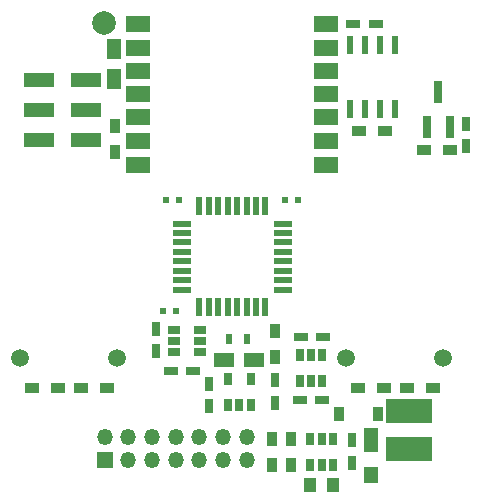
<source format=gts>
G04 #@! TF.GenerationSoftware,KiCad,Pcbnew,no-vcs-found-6cefb68~58~ubuntu16.04.1*
G04 #@! TF.CreationDate,2017-05-09T13:19:31+03:00*
G04 #@! TF.ProjectId,livolo_2_channels_1way_eu_switch,6C69766F6C6F5F325F6368616E6E656C,rev?*
G04 #@! TF.FileFunction,Soldermask,Top*
G04 #@! TF.FilePolarity,Negative*
%FSLAX46Y46*%
G04 Gerber Fmt 4.6, Leading zero omitted, Abs format (unit mm)*
G04 Created by KiCad (PCBNEW no-vcs-found-6cefb68~58~ubuntu16.04.1) date Tue May  9 13:19:31 2017*
%MOMM*%
%LPD*%
G01*
G04 APERTURE LIST*
%ADD10C,0.100000*%
%ADD11R,1.000000X1.250000*%
%ADD12R,4.000000X2.000000*%
%ADD13R,1.200000X2.000000*%
%ADD14R,1.200000X1.400000*%
%ADD15R,0.900000X1.200000*%
%ADD16R,0.650000X1.060000*%
%ADD17R,2.500000X1.270000*%
%ADD18R,1.750000X1.260000*%
%ADD19R,1.200000X0.900000*%
%ADD20R,1.200000X0.750000*%
%ADD21C,1.500000*%
%ADD22R,0.600000X0.500000*%
%ADD23R,0.750000X1.200000*%
%ADD24R,0.550000X1.600000*%
%ADD25R,1.600000X0.550000*%
%ADD26C,1.998980*%
%ADD27R,1.060000X0.650000*%
%ADD28R,1.998980X1.399540*%
%ADD29R,0.600000X1.550000*%
%ADD30R,0.800000X1.900000*%
%ADD31R,0.500000X0.900000*%
%ADD32R,1.260000X1.750000*%
%ADD33O,1.350000X1.350000*%
%ADD34R,1.350000X1.350000*%
G04 APERTURE END LIST*
D10*
D11*
X149000000Y-111600000D03*
X151000000Y-111600000D03*
D12*
X157400000Y-105350000D03*
X157400000Y-108600000D03*
D13*
X154200000Y-107800000D03*
D14*
X154200000Y-110800000D03*
D15*
X145800000Y-107700000D03*
X145800000Y-109900000D03*
D16*
X150000000Y-109900000D03*
X150950000Y-109900000D03*
X149050000Y-109900000D03*
X149050000Y-107700000D03*
X150000000Y-107700000D03*
X150950000Y-107700000D03*
D17*
X126050000Y-82440000D03*
X126050000Y-79900000D03*
X126050000Y-77360000D03*
X130050000Y-77360000D03*
X130050000Y-79900000D03*
X130050000Y-82400000D03*
D18*
X141775000Y-101092000D03*
X144325000Y-101092000D03*
D19*
X160866000Y-83312000D03*
X158666000Y-83312000D03*
D20*
X152675000Y-72600000D03*
X154575000Y-72600000D03*
D21*
X152100000Y-100850000D03*
X160300000Y-100850000D03*
X132700000Y-100900000D03*
X124500000Y-100900000D03*
D22*
X136600000Y-96900000D03*
X137700000Y-96900000D03*
X137900000Y-87500000D03*
X136800000Y-87500000D03*
X146950000Y-87500000D03*
X148050000Y-87500000D03*
D23*
X140500000Y-104950000D03*
X140500000Y-103050000D03*
X146100000Y-104650000D03*
X146100000Y-102750000D03*
X152600000Y-109750000D03*
X152600000Y-107850000D03*
D20*
X150050000Y-104400000D03*
X148150000Y-104400000D03*
D23*
X136000000Y-100300000D03*
X136000000Y-98400000D03*
D20*
X148250000Y-99100000D03*
X150150000Y-99100000D03*
X137250000Y-102000000D03*
X139150000Y-102000000D03*
D15*
X154750000Y-105600000D03*
X151450000Y-105600000D03*
D24*
X145250000Y-96550000D03*
X144450000Y-96550000D03*
X143650000Y-96550000D03*
X142850000Y-96550000D03*
X142050000Y-96550000D03*
X141250000Y-96550000D03*
X140450000Y-96550000D03*
X139650000Y-96550000D03*
D25*
X138200000Y-95100000D03*
X138200000Y-94300000D03*
X138200000Y-93500000D03*
X138200000Y-92700000D03*
X138200000Y-91900000D03*
X138200000Y-91100000D03*
X138200000Y-90300000D03*
X138200000Y-89500000D03*
D24*
X139650000Y-88050000D03*
X140450000Y-88050000D03*
X141250000Y-88050000D03*
X142050000Y-88050000D03*
X142850000Y-88050000D03*
X143650000Y-88050000D03*
X144450000Y-88050000D03*
X145250000Y-88050000D03*
D25*
X146700000Y-89500000D03*
X146700000Y-90300000D03*
X146700000Y-91100000D03*
X146700000Y-91900000D03*
X146700000Y-92700000D03*
X146700000Y-93500000D03*
X146700000Y-94300000D03*
X146700000Y-95100000D03*
D26*
X131550000Y-72550000D03*
D15*
X147400000Y-109900000D03*
X147400000Y-107700000D03*
X146100000Y-100800000D03*
X146100000Y-98600000D03*
X132500000Y-81200000D03*
X132500000Y-83400000D03*
D19*
X155300000Y-103400000D03*
X153100000Y-103400000D03*
X157200000Y-103400000D03*
X159400000Y-103400000D03*
X129600000Y-103400000D03*
X131800000Y-103400000D03*
X127700000Y-103400000D03*
X125500000Y-103400000D03*
D16*
X142100000Y-102650000D03*
X144000000Y-102650000D03*
X144000000Y-104850000D03*
X143050000Y-104850000D03*
X142100000Y-104850000D03*
X149100000Y-100650000D03*
X148150000Y-100650000D03*
X150050000Y-100650000D03*
X150050000Y-102850000D03*
X149100000Y-102850000D03*
X148150000Y-102850000D03*
D27*
X137500000Y-98500000D03*
X137500000Y-99450000D03*
X137500000Y-100400000D03*
X139700000Y-100400000D03*
X139700000Y-98500000D03*
X139700000Y-99450000D03*
D28*
X134499800Y-72598780D03*
X134471860Y-74600300D03*
X134471860Y-76599280D03*
X134471860Y-78550000D03*
X134471860Y-80500720D03*
X134471860Y-82499700D03*
X134471860Y-84501220D03*
X150372260Y-84501220D03*
X150372260Y-82499700D03*
X150372260Y-80500720D03*
X150372260Y-78550000D03*
X150372260Y-76599280D03*
X150372260Y-74600300D03*
X150372260Y-72598780D03*
D23*
X162200000Y-82950000D03*
X162200000Y-81050000D03*
D19*
X153200000Y-81700000D03*
X155400000Y-81700000D03*
D29*
X152400000Y-74400000D03*
X153670000Y-74400000D03*
X154940000Y-74400000D03*
X156210000Y-74400000D03*
X156210000Y-79800000D03*
X154940000Y-79800000D03*
X153670000Y-79800000D03*
X152400000Y-79800000D03*
D30*
X159900000Y-78350000D03*
X160850000Y-81350000D03*
X158950000Y-81350000D03*
D31*
X142200000Y-99300000D03*
X143700000Y-99300000D03*
D32*
X132400000Y-77275000D03*
X132400000Y-74725000D03*
D33*
X143650000Y-107550000D03*
X143650000Y-109550000D03*
X141650000Y-107550000D03*
X141650000Y-109550000D03*
X139650000Y-107550000D03*
X139650000Y-109550000D03*
X137650000Y-107550000D03*
X137650000Y-109550000D03*
X135650000Y-107550000D03*
X135650000Y-109550000D03*
X133650000Y-107550000D03*
X133650000Y-109550000D03*
X131650000Y-107550000D03*
D34*
X131650000Y-109550000D03*
M02*

</source>
